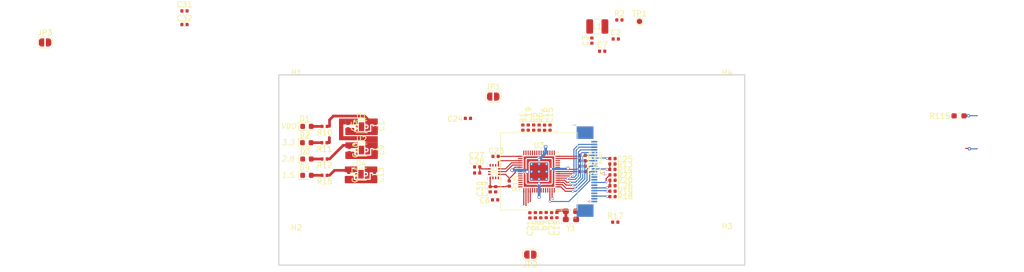
<source format=kicad_pcb>
(kicad_pcb (version 20241229) (generator "pcbnew") (generator_version "9.0")
  (layers (0 "F.Cu" signal) (4 "In1.Cu" signal) (6 "In2.Cu" signal) (2 "B.Cu" signal) (13 "F.Paste" user) (15 "B.Paste" user) (5 "F.SilkS" user "F.Silkscreen") (7 "B.SilkS" user "B.Silkscreen") (1 "F.Mask" user) (3 "B.Mask" user) (25 "Edge.Cuts" user))
  (net 0 "")
  (net 1 "+3.3V")
  (net 2 "+5V")
  (net 3 "+1V1")
  (net 4 "AGND")
  (net 5 "PCLK_1")
  (net 6 "~{RESET_1}")
  (net 7 "+1V5")
  (net 8 "+2V8")
  (net 9 "SWCLK_1")
  (net 10 "SWD_1")
  (net 11 "/VREG_AVDD_1")
  (net 12 "/RUN_1")
  (net 13 "DATA1_1")
  (net 14 "SCL_cam_1")
  (net 15 "/~{USB_BOOT_1}")
  (net 16 "/VREG_LX_1")
  (net 17 "/QSPI_SS_1")
  (net 18 "/USB_D1+")
  (net 19 "/USB_D1-")
  (net 20 "/XCLK")
  (net 21 "PWDN_1")
  (net 22 "/XIN_mem1")
  (net 23 "SDA_cam_1")
  (net 24 "/GPIO0_1")
  (net 25 "DGND")
  (net 26 "POSITION_OUT_1")
  (net 27 "/QSPI_SD1_1")
  (net 28 "/QSPI_SD0_1")
  (net 29 "/QSPI_SD3_1")
  (net 30 "/QSPI_SCLK_1")
  (net 31 "/QSPI_SD2_1")
  (net 32 "+3V3")
  (net 33 "Net-(D1-A)")
  (net 34 "Net-(D2-A)")
  (net 35 "Net-(D3-A)")
  (net 36 "INT_XCLK")
  (net 37 "Net-(D4-A)")
  (net 39 "Net-(JP2-B)")
  (net 40 "Net-(U3-XIN)")
  (net 41 "EXT_XCLK_1")
  (net 42 "Net-(U3-USB_DP)")
  (net 43 "Net-(U3-USB_DM)")
  (net 44 "/~{IMU_CS}")
  (net 49 "/IMU_SCLK")
  (net 52 "/IMU_SDI")
  (net 54 "/IMU_SDO")
  (net 59 "DATA9_1")
  (net 60 "DATA3_1")
  (net 61 "DATA2_1")
  (net 62 "DATA5_1")
  (net 63 "HSYNC_1")
  (net 64 "DATA8_1")
  (net 65 "DATA6_1")
  (net 66 "DATA4_1")
  (net 67 "VSYNC_1")
  (net 68 "DATA7_1")
  (net 75 "IMAGE_OUT_2_1-")
  (net 76 "IMAGE_OUT_1_1-")
  (net 77 "IMAGE_OUT_1_1+")
  (net 79 "IMAGE_OUT_2_1+")
  (footprint "Capacitor_SMD:C_0402_1005Metric" (layer "F.Cu") (at 65.222265 38.359144 -90)
    (property "Reference" "C21")
    (property "Value" "100n")
  )
  (footprint "Capacitor_SMD:C_0402_1005Metric" (layer "F.Cu") (at 67.222265 38.339144 -90)
    (property "Reference" "C8")
    (property "Value" "100n")
  )
  (footprint "Capacitor_SMD:C_0402_1005Metric" (layer "F.Cu") (at 55.522265 29.459144 180)
    (property "Reference" "C27")
    (property "Value" "0.1u")
  )
  (footprint "Capacitor_SMD:C_0402_1005Metric" (layer "F.Cu") (at 66.222265 38.339144 -90)
    (property "Reference" "R4")
    (property "Value" "DNF")
  )
  (footprint "Resistor_SMD:R_0603_1608Metric_Pad0.98x0.95mm_HandSolder" (layer "F.Cu") (at 144.18203 20.059144 180)
    (property "Reference" "R115")
    (property "Value" "0R")
  )
  (footprint "Capacitor_SMD:C_0402_1005Metric" (layer "F.Cu") (at 80.422265 30.919144)
    (property "Reference" "R22")
    (property "Value" "10k")
  )
  (footprint "Package_SON:WSON-6-1EP_2x2mm_P0.65mm_EP1x1.6mm" (layer "F.Cu") (at 34.15 30.8)
    (property "Reference" "U4")
    (property "Value" "TLV73315PDRV")
  )
  (footprint "Jumper:SolderJumper-2_P1.3mm_Open_RoundedPad1.0x1.5mm" (layer "F.Cu") (at 65.3 45.594144 180)
    (property "Reference" "JP2")
    (property "Value" "SolderJumper_2_Open")
  )
  (footprint "MountingHole:MountingHole_2.7mm_M2.5" (layer "F.Cu") (at 22.272265 44.269144)
    (property "Reference" "H2")
    (property "Value" "MountingHole")
  )
  (footprint "Capacitor_SMD:C_0402_1005Metric" (layer "F.Cu") (at 36.75 21.95 -90)
    (property "Reference" "C1")
    (property "Value" "1u")
  )
  (footprint "Capacitor_SMD:C_0402_1005Metric" (layer "F.Cu") (at 63.922265 22.219144 90)
    (property "Reference" "R1")
    (property "Value" "1k")
  )
  (footprint "Capacitor_SMD:C_0402_1005Metric" (layer "F.Cu") (at 80.402265 28.919144)
    (property "Reference" "R13")
    (property "Value" "0R")
  )
  (footprint "Capacitor_SMD:C_0402_1005Metric" (layer "F.Cu") (at 66.922265 22.219144 -90)
    (property "Reference" "R6")
    (property "Value" "27")
  )
  (footprint "Capacitor_SMD:C_0402_1005Metric" (layer "F.Cu") (at 68.922265 22.219144 90)
    (property "Reference" "C15")
    (property "Value" "100n")
  )
  (footprint "Capacitor_SMD:C_0402_1005Metric" (layer "F.Cu") (at 58.822265 35.519144 180)
    (property "Reference" "C6")
    (property "Value" "4.7u")
  )
  (footprint "Capacitor_SMD:C_0402_1005Metric" (layer "F.Cu") (at 80.402265 29.919144)
    (property "Reference" "R14")
    (property "Value" "0R")
  )
  (footprint "Capacitor_SMD:C_0402_1005Metric" (layer "F.Cu") (at 31.8875 30.95 -90)
    (property "Reference" "C17")
    (property "Value" "1u")
  )
  (footprint "Capacitor_SMD:C_0402_1005Metric" (layer "F.Cu") (at 27.45 31 180)
    (property "Reference" "R15")
    (property "Value" "10k")
  )
  (footprint "Capacitor_SMD:C_0402_1005Metric" (layer "F.Cu") (at 64.922265 22.219144 90)
    (property "Reference" "C19")
    (property "Value" "100n")
  )
  (footprint "Capacitor_SMD:C_0402_1005Metric" (layer "F.Cu") (at 36.6375 30.95 -90)
    (property "Reference" "C13")
    (property "Value" "1u")
  )
  (footprint "Capacitor_SMD:C_0402_1005Metric" (layer "F.Cu") (at 78.522265 8.169144)
    (property "Reference" "C7")
    (property "Value" "4.7u")
  )
  (footprint "Capacitor_SMD:C_0402_1005Metric" (layer "F.Cu") (at 27.45 28 180)
    (property "Reference" "R12")
    (property "Value" "10k")
  )
  (footprint "Capacitor_SMD:C_0402_1005Metric" (layer "F.Cu") (at 81.022265 5.919144)
    (property "Reference" "C2")
    (property "Value" "4.7u")
  )
  (footprint "Capacitor_SMD:C_0402_1005Metric" (layer "F.Cu") (at 31.75 21.95 -90)
    (property "Reference" "C5")
    (property "Value" "1u")
  )
  (footprint "Package_SON:WSON-6-1EP_2x2mm_P0.65mm_EP1x1.6mm" (layer "F.Cu") (at 34.25 22.05)
    (property "Reference" "U1")
    (property "Value" "TLV75533PDRV")
  )
  (footprint "Capacitor_SMD:C_0402_1005Metric" (layer "F.Cu") (at 80.422265 27.919144)
    (property "Reference" "C25")
    (property "Value" "22pF")
  )
  (footprint "Capacitor_SMD:C_0402_1005Metric" (layer "F.Cu") (at 70.193434 38.316937 -90)
    (property "Reference" "C18")
    (property "Value" "100n")
  )
  (footprint "projLib:RP2350-QFN-60-1EP_7x7_P0.4mm_EP3.4x3.4mm_ThermalVias" (layer "F.Cu") (at 66.9 30.3125)
    (property "Reference" "U3")
    (property "Value" "RP2350_60QFN")
  )
  (footprint "Diode_SMD:D_0603_1608Metric" (layer "F.Cu") (at 24.2 31)
    (property "Reference" "D4")
    (property "Value" "LED")
  )
  (footprint "Diode_SMD:D_0603_1608Metric" (layer "F.Cu") (at 24.1625 25)
    (property "Reference" "D2")
    (property "Value" "LED")
  )
  (footprint "Capacitor_SMD:C_0402_1005Metric" (layer "F.Cu") (at 80.422265 31.919144 180)
    (property "Reference" "R20")
    (property "Value" "10k")
  )
  (footprint "Package_SON:WSON-6-1EP_2x2mm_P0.65mm_EP1x1.6mm" (layer "F.Cu") (at 34.25 26.35)
    (property "Reference" "U2")
    (property "Value" "TLV73328PDRV")
  )
  (footprint "Capacitor_SMD:C_0402_1005Metric" (layer "F.Cu") (at 74.922265 28.319144)
    (property "Reference" "C12")
    (property "Value" "100n")
  )
  (footprint "Diode_SMD:D_0603_1608Metric" (layer "F.Cu") (at 24.2 28)
    (property "Reference" "D3")
    (property "Value" "LED")
  )
  (footprint "Capacitor_SMD:C_0402_1005Metric" (layer "F.Cu") (at 65.922265 22.219144 -90)
    (property "Reference" "R5")
    (property "Value" "27")
  )
  (footprint "Inductor_SMD:L_1210_3225Metric" (layer "F.Cu") (at 77.622265 3.619144 180)
    (property "Reference" "L1")
    (property "Value" "3.3u")
  )
  (footprint "Capacitor_SMD:C_0402_1005Metric" (layer "F.Cu") (at 80.422265 32.919144)
    (property "Reference" "C26")
    (property "Value" "0.1u")
  )
  (footprint "Capacitor_SMD:C_0402_1005Metric" (layer "F.Cu") (at 81.684765 2.419144)
    (property "Reference" "R2")
    (property "Value" "33")
  )
  (footprint "Capacitor_SMD:C_0402_1005Metric" (layer "F.Cu") (at 80.422265 33.919144 180)
    (property "Reference" "R19")
    (property "Value" "10k")
  )
  (footprint "Capacitor_SMD:C_0402_1005Metric" (layer "F.Cu") (at 69.222265 38.339144 -90)
    (property "Reference" "C20")
    (property "Value" "100n")
  )
  (footprint "Oscillator:Oscillator_SMD_SiT_PQFN-4Pin_2.5x2.0mm" (layer "F.Cu") (at 72.778434 38.371937)
    (property "Reference" "Y1")
    (property "Value" "SiT8008xx-1x-xxE")
  )
  (footprint "MountingHole:MountingHole_2.7mm_M2.5" (layer "F.Cu") (at 22.272265 15.769144)
    (property "Reference" "H1")
    (property "Value" "MountingHole")
  )
  (footprint "TestPoint:TestPoint_Pad_D1.0mm" (layer "F.Cu") (at 85.384765 2.689144)
    (property "Reference" "TP1")
    (property "Value" "TestPoint")
  )
  (footprint "Capacitor_SMD:C_0402_1005Metric" (layer "F.Cu") (at 27.45 22 180)
    (property "Reference" "R10")
    (property "Value" "10k")
  )
  (footprint "Capacitor_SMD:C_0402_1005Metric" (layer "F.Cu") (at 76.622265 6.219144 90)
    (property "Reference" "C3")
    (property "Value" "4.7u")
  )
  (footprint "Capacitor_SMD:C_0402_1005Metric" (layer "F.Cu") (at 74.922265 27.319144)
    (property "Reference" "C14")
    (property "Value" "100n")
  )
  (footprint "Capacitor_SMD:C_0402_1005Metric" (layer "F.Cu") (at 74.922265 29.319144)
    (property "Reference" "C4")
    (property "Value" "100n")
  )
  (footprint "Capacitor_SMD:C_0402_1005Metric" (layer "F.Cu") (at 1.675 3.265)
    (property "Reference" "C32")
    (property "Value" "0.1u")
  )
  (footprint "Capacitor_SMD:C_0402_1005Metric" (layer "F.Cu") (at 80.422265 34.919144 180)
    (property "Reference" "R18")
    (property "Value" "10k")
  )
  (footprint "Jumper:SolderJumper-2_P1.3mm_Open_RoundedPad1.0x1.5mm" (layer "F.Cu") (at -23.975 6.555)
    (property "Reference" "JP3")
    (property "Value" "SolderJumper_2_Open")
  )
  (footprint "MountingHole:MountingHole_2.7mm_M2.5" (layer "F.Cu") (at 101.522265 15.769144)
    (property "Reference" "H4")
    (property "Value" "MountingHole")
  )
  (footprint "Capacitor_SMD:C_0402_1005Metric" (layer "F.Cu") (at 67.922265 22.239144 90)
    (property "Reference" "C16")
    (property "Value" "100n")
  )
  (footprint "Capacitor_SMD:C_0402_1005Metric" (layer "F.Cu") (at 58.902265 27.519144 180)
    (property "Reference" "C23")
    (property "Value" "100n")
  )
  (footprint "Jumper:SolderJumper-2_P1.3mm_Open_RoundedPad1.0x1.5mm" (layer "F.Cu") (at 58.472265 16.519144)
    (property "Reference" "JP1")
    (property "Value" "SolderJumper_2_Open")
  )
  (footprint "Capacitor_SMD:C_0402_1005Metric" (layer "F.Cu") (at 68.222265 38.319144 -90)
    (property "Reference" "R3")
    (property "Value" "1k")
  )
  (footprint "ICM_45686:IC_ICM-45686" (layer "F.Cu") (at 58.672265 30.319144 -90)
    (property "Reference" "U6")
    (property "Value" "ICM-45686")
  )
  (footprint "Capacitor_SMD:C_0402_1005Metric" (layer "F.Cu") (at 32 26.35 -90)
    (property "Reference" "C10")
    (property "Value" "1u")
  )
  (footprint "Capacitor_SMD:C_0402_1005Metric" (layer "F.Cu") (at 1.675 0.755)
    (property "Reference" "C31")
    (property "Value" "0.1u")
  )
  (footprint "Capacitor_SMD:C_0402_1005Metric" (layer "F.Cu") (at 27.4125 25 180)
    (property "Reference" "R11")
    (property "Value" "10k")
  )
  (footprint "Capacitor_SMD:C_0402_1005Metric" (layer "F.Cu") (at 58.922265 33.569144 -90)
    (property "Reference" "C29")
    (property "Value" "0.1u")
  )
  (footprint "Capacitor_SMD:C_0402_1005Metric" (layer "F.Cu") (at 80.922265 39.619144)
    (property "Reference" "R17")
    (property "Value" "0R")
  )
  (footprint "Capacitor_SMD:C_0402_1005Metric" (layer "F.Cu") (at 53.822265 20.519144 180)
    (property "Reference" "C24")
    (property "Value" "100n")
  )
  (footprint "Diode_SMD:D_0603_1608Metric" (layer "F.Cu") (at 24.2 22)
    (property "Reference" "D1")
    (property "Value" "LED")
  )
  (footprint "Capacitor_SMD:C_0402_1005Metric" (layer "F.Cu") (at 74.922265 30.319144)
    (property "Reference" "C11")
    (property "Value" "100n")
  )
  (footprint "Capacitor_SMD:C_0402_1005Metric" (layer "F.Cu") (at 36.75 26.3375 -90)
    (property "Reference" "C9")
    (property "Value" "1u")
  )
  (footprint "Capacitor_SMD:C_0402_1005Metric" (layer "F.Cu") (at 57.922265 33.569144 -90)
    (property "Reference" "C30")
    (property "Value" "0.1u")
  )
  (footprint "Capacitor_SMD:C_0402_1005Metric" (layer "F.Cu") (at 61.422265 32.519144 -90)
    (property "Reference" "R16")
    (property "Value" "10k")
  )
  (footprint "MountingHole:MountingHole_2.7mm_M2.5" (layer "F.Cu") (at 101.522265 44.019144)
    (property "Reference" "H3")
    (property "Value" "MountingHole")
  )
  (footprint "Capacitor_SMD:C_0402_1005Metric" (layer "F.Cu") (at 55.522265 30.569144 180)
    (property "Reference" "C28")
    (property "Value" "0.1u")
  )
  (footprint "Connector_FFC-FPC:TE_2-1734839-3_1x23-1MP_P0.5mm_Horizontal" (layer "B.Cu") (at 75.722265 30.319144 90)
    (property "Reference" "J4")
    (property "Value" "Conn_01x24_Socket")
  )
  (gr_rect (start 59.8 23.1375) (end 74 37.3875) (stroke (width 0.1)) (fill no) (layer "F.SilkS"))
  (gr_rect (start 19.022265 12.519144) (end 104.746265 47.519144) (stroke (width 0.2)) (fill no) (layer "Edge.Cuts"))
  (gr_text "VDD" (at 19.3625 22.55 0) (layer "F.SilkS") (effects (font (size 1 1) (thickness 0.125) (italic yes)) (justify left bottom)))
  (gr_text "3.3" (at 19.4625 25.55 0) (layer "F.SilkS") (effects (font (size 1 1) (thickness 0.125) (italic yes)) (justify left bottom)))
  (gr_text "2.8" (at 19.4625 28.55 0) (layer "F.SilkS") (effects (font (size 1 1) (thickness 0.125) (italic yes)) (justify left bottom)))
  (gr_text "1.5" (at 19.4625 31.55 0) (layer "F.SilkS") (effects (font (size 1 1) (thickness 0.125) (italic yes)) (justify left bottom)))
  (segment (start 70.193434 37.454437) (end 71.660934 37.454437) (width 0.5) (layer "F.Cu") (net 1))
  (segment (start 71.660934 37.454437) (end 71.828434 37.621937) (width 0.5) (layer "F.Cu") (net 1))
  (segment (start 74.442265 27.319144) (end 74.248909 27.5125) (width 0.2) (layer "F.Cu") (net 1))
  (segment (start 28.325 24.1) (end 28.325 25) (width 0.5) (layer "F.Cu") (net 1))
  (segment (start 74.035621 27.9125) (end 74.442265 28.319144) (width 0.2) (layer "F.Cu") (net 1))
  (segment (start 63.4625 27.5125) (end 62.828909 27.5125) (width 0.2) (layer "F.Cu") (net 1))
  (segment (start 70.3375 27.9125) (end 74.035621 27.9125) (width 0.2) (layer "F.Cu") (net 1))
  (segment (start 28.325 24.0375) (end 28.325 25) (width 0.5) (layer "F.Cu") (net 1))
  (segment (start 70.3375 30.3125) (end 74.435621 30.3125) (width 0.2) (layer "F.Cu") (net 1))
  (segment (start 62.822265 27.519144) (end 59.382265 27.519144) (width 0.2) (layer "F.Cu") (net 1))
  (segment (start 74.435621 30.3125) (end 74.442265 30.319144) (width 0.2) (layer "F.Cu") (net 1))
  (segment (start 62.828909 27.5125) (end 62.822265 27.519144) (width 0.2) (layer "F.Cu") (net 1))
  (segment (start 71.828434 39.121937) (end 71.828434 37.621937) (width 0.5) (layer "F.Cu") (net 1))
  (segment (start 74.442265 28.319144) (end 74.442265 27.319144) (width 0.2) (layer "F.Cu") (net 1))
  (segment (start 74.248909 27.5125) (end 70.3375 27.5125) (width 0.2) (layer "F.Cu") (net 1))
  (segment (start 35.8 21.0875) (end 36.75 21.0875) (width 0.5) (layer "F.Cu") (net 2))
  (segment (start 28.3625 22) (end 28.3625 20.8) (width 0.5) (layer "F.Cu") (net 2))
  (segment (start 28.3625 20.8) (end 29.0635 20.099) (width 0.5) (layer "F.Cu") (net 2))
  (segment (start 29.0635 20.099) (end 34.8115 20.099) (width 0.5) (layer "F.Cu") (net 2))
  (segment (start 34.8115 20.099) (end 35.8 21.0875) (width 0.5) (layer "F.Cu") (net 2))
  (segment (start 72.222265 29.9125) (end 72.222265 29.7125) (width 0.2) (layer "F.Cu") (net 3))
  (segment (start 66.9 34.996879) (end 66.922265 35.019144) (width 0.2) (layer "F.Cu") (net 3))
  (segment (start 62.477436 29.5125) (end 61.92469 30.065246) (width 0.2) (layer "F.Cu") (net 3))
  (segment (start 66.9 33.75) (end 66.9 34.996879) (width 0.2) (layer "F.Cu") (net 3))
  (segment (start 73.848909 29.9125) (end 74.442265 29.319144) (width 0.2) (layer "F.Cu") (net 3))
  (segment (start 72.222265 29.9125) (end 73.848909 29.9125) (width 0.2) (layer "F.Cu") (net 3))
  (segment (start 70.3375 29.9125) (end 72.222265 29.9125) (width 0.2) (layer "F.Cu") (net 3))
  (segment (start 63.4625 29.5125) (end 62.477436 29.5125) (width 0.2) (layer "F.Cu") (net 3))
  (segment (start 68.1 26.875) (end 68.1 25.741409) (width 0.2) (layer "F.Cu") (net 3))
  (segment (start 68.1 25.741409) (end 68.122265 25.719144) (width 0.2) (layer "F.Cu") (net 3))
  (via (at 61.92469 30.065246) (size 0.6) (drill 0.4) (layers "F.Cu" "B.Cu") (net 3))
  (via (at 66.922265 32.5125) (size 0.6) (drill 0.4) (layers "F.Cu" "B.Cu") (net 3))
  (via (at 69.1 29.819144) (size 0.6) (drill 0.4) (layers "F.Cu" "B.Cu") (net 3))
  (via (at 68.122265 25.719144) (size 0.6) (drill 0.4) (layers "F.Cu" "B.Cu") (net 3))
  (via (at 66.922265 35.019144) (size 0.6) (drill 0.4) (layers "F.Cu" "B.Cu") (net 3))
  (via (at 72.222265 29.7125) (size 0.6) (drill 0.4) (layers "F.Cu" "B.Cu") (net 3))
  (via (at 66.924784 28.1125) (size 0.6) (drill 0.4) (layers "F.Cu" "B.Cu") (net 3))
  (via (at 64.7 30.364129) (size 0.6) (drill 0.4) (layers "F.Cu" "B.Cu") (net 3))
  (segment (start 66.922265 35.019144) (end 66.922265 32.5125) (width 0.5) (layer "B.Cu") (net 3))
  (segment (start 64.43955 30.065246) (end 61.92469 30.065246) (width 0.5) (layer "B.Cu") (net 3))
  (segment (start 72.115621 29.819144) (end 69.1 29.819144) (width 0.4) (layer "B.Cu") (net 3))
  (segment (start 64.7 30.364129) (end 64.7 30.325696) (width 0.5) (layer "B.Cu") (net 3))
  (segment (start 68.122265 26.915019) (end 66.924784 28.1125) (width 0.5) (layer "B.Cu") (net 3))
  (segment (start 68.122265 25.719144) (end 68.122265 26.915019) (width 0.5) (layer "B.Cu") (net 3))
  (segment (start 72.222265 29.7125) (end 72.115621 29.819144) (width 0.2) (layer "B.Cu") (net 3))
  (segment (start 64.7 30.325696) (end 64.43955 30.065246) (width 0.5) (layer "B.Cu") (net 3))
  (segment (start 145.384765 26.059144) (end 146.025386 26.059144) (width 0.2) (layer "F.Cu") (net 5))
  (segment (start 146.025386 26.059144) (end 146.09453 26.128288) (width 0.2) (layer "F.Cu") (net 5))
  (segment (start 79.422265 27.919144) (end 79.942265 27.919144) (width 0.2) (layer "F.Cu") (net 5))
  (via (at 79.422265 27.919144) (size 0.45) (drill 0.3) (layers "F.Cu" "B.Cu") (net 5))
  (via (at 146.09453 26.128288) (size 0.6) (drill 0.3) (layers "F.Cu" "B.Cu") (net 5))
  (segment (start 79.322265 27.819144) (end 79.422265 27.919144) (width 0.2) (layer "B.Cu") (net 5))
  (segment (start 77.072265 27.819144) (end 79.322265 27.819144) (width 0.2) (layer "B.Cu") (net 5))
  (segment (start 146.09453 26.128288) (end 147.453121 26.128288) (width 0.2) (layer "B.Cu") (net 5))
  (segment (start 147.453121 26.128288) (end 147.522265 26.059144) (width 0.2) (layer "B.Cu") (net 5))
  (segment (start 79.592268 33.269141) (end 79.942265 32.919144) (width 0.2) (layer "F.Cu") (net 6))
  (segment (start 79.942265 31.919144) (end 79.942265 32.919144) (width 0.2) (layer "F.Cu") (net 6))
  (segment (start 79.422265 33.269141) (end 79.592268 33.269141) (width 0.2) (layer "F.Cu") (net 6))
  (via (at 79.422265 33.269141) (size 0.45) (drill 0.3) (layers "F.Cu" "B.Cu") (net 6))
  (segment (start 79.372262 33.319144) (end 79.422265 33.269141) (width 0.2) (layer "B.Cu") (net 6))
  (segment (start 77.072265 33.319144) (end 79.372262 33.319144) (width 0.2) (layer "B.Cu") (net 6))
  (segment (start 29.275 30.0875) (end 28.3625 31) (width 0.5) (layer "F.Cu") (net 7))
  (segment (start 31.8875 30.0875) (end 29.275 30.0875) (width 0.5) (layer "F.Cu") (net 7))
  (segment (start 32 25.4875) (end 30.875 25.4875) (width 0.5) (layer "F.Cu") (net 8))
  (segment (start 30.875 25.4875) (end 28.3625 28) (width 0.5) (layer "F.Cu") (net 8))
  (segment (start 145.09453 20.059144) (end 145.863674 20.059144) (width 0.2) (layer "F.Cu") (net 13))
  (segment (start 145.863674 20.059144) (end 145.89453 20.028288) (width 0.2) (layer "F.Cu") (net 13))
  (via (at 145.89453 20.028288) (size 0.6) (drill 0.3) (layers "F.Cu" "B.Cu") (net 13))
  (segment (start 145.89453 20.028288) (end 147.491409 20.028288) (width 0.2) (layer "B.Cu") (net 13))
  (segment (start 147.491409 20.028288) (end 147.522265 20.059144) (width 0.2) (layer "B.Cu") (net 13))
  (segment (start 79.422265 33.919144) (end 79.942265 33.919144) (width 0.2) (layer "F.Cu") (net 14))
  (via (at 79.422265 33.919144) (size 0.45) (drill 0.3) (layers "F.Cu" "B.Cu") (net 14))
  (segment (start 79.322265 33.819144) (end 79.422265 33.919144) (width 0.2) (layer "B.Cu") (net 14))
  (segment (start 77.072265 33.819144) (end 79.322265 33.819144) (width 0.2) (layer "B.Cu") (net 14))
  (segment (start 79.422265 29.919144) (end 79.922265 29.919144) (width 0.2) (layer "F.Cu") (net 20))
  (segment (start 79.922265 28.919144) (end 79.922265 29.919144) (width 0.2) (layer "F.Cu") (net 20))
  (via (at 79.422265 29.919144) (size 0.45) (drill 0.3) (layers "F.Cu" "B.Cu") (net 20))
  (segment (start 79.222265 29.819144) (end 77.072265 29.819144) (width 0.2) (layer "B.Cu") (net 20))
  (segment (start 79.322265 29.919144) (end 79.222265 29.819144) (width 0.2) (layer "B.Cu") (net 20))
  (segment (start 79.422265 29.919144) (end 79.322265 29.919144) (width 0.2) (layer "B.Cu") (net 20))
  (segment (start 79.253243 31.608166) (end 79.942265 30.919144) (width 0.2) (layer "F.Cu") (net 21))
  (segment (start 79.253243 32.225122) (end 79.253243 31.608166) (width 0.2) (layer "F.Cu") (net 21))
  (via (at 79.253243 32.225122) (size 0.45) (drill 0.3) (layers "F.Cu" "B.Cu") (net 21))
  (segment (start 77.072265 32.319144) (end 79.159221 32.319144) (width 0.2) (layer "B.Cu") (net 21))
  (segment (start 79.159221 32.319144) (end 79.253243 32.225122) (width 0.2) (layer "B.Cu") (net 21))
  (segment (start 79.422265 34.919144) (end 79.942265 34.919144) (width 0.2) (layer "F.Cu") (net 23))
  (via (at 79.422265 34.919144) (size 0.45) (drill 0.3) (layers "F.Cu" "B.Cu") (net 23))
  (segment (start 79.322265 34.819144) (end 79.422265 34.919144) (width 0.2) (layer "B.Cu") (net 23))
  (segment (start 77.072265 34.819144) (end 79.322265 34.819144) (width 0.2) (layer "B.Cu") (net 23))
  (segment (start 60.802265 33.089144) (end 60.892265 32.999144) (width 0.2) (layer "F.Cu") (net 32))
  (segment (start 60.892265 32.999144) (end 61.422265 32.999144) (width 0.2) (layer "F.Cu") (net 32))
  (segment (start 58.922265 33.089144) (end 57.922265 33.089144) (width 0.2) (layer "F.Cu") (net 32))
  (segment (start 60.272265 33.089144) (end 60.802265 33.089144) (width 0.2) (layer "F.Cu") (net 32))
  (segment (start 57.759765 29.819144) (end 56.362265 29.819144) (width 0.2) (layer "F.Cu") (net 32))
  (segment (start 56.362265 29.819144) (end 56.002265 29.459144) (width 0.2) (layer "F.Cu") (net 32))
  (segment (start 60.272265 33.089144) (end 60.402265 33.089144) (width 0.2) (layer "F.Cu") (net 32))
  (segment (start 56.002265 29.459144) (end 56.002265 30.569144) (width 0.2) (layer "F.Cu") (net 32))
  (segment (start 58.922265 33.089144) (end 60.272265 33.089144) (width 0.2) (layer "F.Cu") (net 32))
  (segment (start 57.922265 33.089144) (end 57.922265 31.481644) (width 0.2) (layer "F.Cu") (net 32))
  (segment (start 24.9875 22) (end 26.5375 22) (width 0.5) (layer "F.Cu") (net 33))
  (segment (start 24.95 25) (end 26.5 25) (width 0.5) (layer "F.Cu") (net 34))
  (segment (start 24.9875 28) (end 26.5375 28) (width 0.5) (layer "F.Cu") (net 35))
  (segment (start 24.9875 31) (end 26.5375 31) (width 0.5) (layer "F.Cu") (net 37))
  (segment (start 69.3 35.169144) (end 69.425 35.294144) (width 0.2) (layer "F.Cu") (net 41))
  (segment (start 69.3 33.75) (end 69.3 35.169144) (width 0.2) (layer "F.Cu") (net 41))
  (via (at 69.425 35.294144) (size 0.45) (drill 0.3) (layers "F.Cu" "B.Cu") (net 41))
  (segment (start 61.422265 31.519144) (end 61.422265 32.039144) (width 0.2) (layer "F.Cu") (net 44))
  (segment (start 59.584765 30.819144) (end 60.722265 30.819144) (width 0.2) (layer "F.Cu") (net 44))
  (segment (start 61.422265 31.619144) (end 61.422265 32.039144) (width 0.2) (layer "F.Cu") (net 44))
  (segment (start 62.522265 30.119144) (end 62.522265 30.519144) (width 0.2) (layer "F.Cu") (net 44))
  (segment (start 62.522265 30.519144) (end 61.422265 31.619144) (width 0.2) (layer "F.Cu") (net 44))
  (segment (start 62.728909 29.9125) (end 62.522265 30.119144) (width 0.2) (layer "F.Cu") (net 44))
  (segment (start 60.722265 30.819144) (end 61.422265 31.519144) (width 0.2) (layer "F.Cu") (net 44))
  (segment (start 63.4625 29.9125) (end 62.728909 29.9125) (width 0.2) (layer "F.Cu") (net 44))
  (segment (start 62.028909 29.1125) (end 60.822265 30.319144) (width 0.2) (layer "F.Cu") (net 49))
  (segment (start 63.4625 29.1125) (end 62.028909 29.1125) (width 0.2) (layer "F.Cu") (net 49))
  (segment (start 60.822265 30.319144) (end 59.584765 30.319144) (width 0.2) (layer "F.Cu") (net 49))
  (segment (start 60.722265 29.819144) (end 59.584765 29.819144) (width 0.2) (layer "F.Cu") (net 52))
  (segment (start 63.4625 28.7125) (end 61.828909 28.7125) (width 0.2) (layer "F.Cu") (net 52))
  (segment (start 61.828909 28.7125) (end 60.722265 29.819144) (width 0.2) (layer "F.Cu") (net 52))
  (segment (start 59.422265 29.156644) (end 59.422265 28.519144) (width 0.2) (layer "F.Cu") (net 54))
  (segment (start 59.422265 28.519144) (end 59.628909 28.3125) (width 0.2) (layer "F.Cu") (net 54))
  (segment (start 59.628909 28.3125) (end 63.4625 28.3125) (width 0.2) (layer "F.Cu") (net 54))
  (segment (start 68.922265 35.819144) (end 68.9 35.796879) (width 0.2) (layer "F.Cu") (net 59))
  (segment (start 68.9 35.796879) (end 68.9 33.75) (width 0.2) (layer "F.Cu") (net 59))
  (via (at 68.922265 35.819144) (size 0.45) (drill 0.3) (layers "F.Cu" "B.Cu") (net 59))
  (segment (start 76.221265 31.987244) (end 76.221265 30.368144) (width 0.2) (layer "B.Cu") (net 59))
  (segment (start 76.270265 30.319144) (end 77.072265 30.319144) (width 0.2) (layer "B.Cu") (net 59))
  (segment (start 72.389365 35.819144) (end 76.221265 31.987244) (width 0.2) (layer "B.Cu") (net 59))
  (segment (start 68.922265 35.819144) (end 72.389365 35.819144) (width 0.2) (layer "B.Cu") (net 59))
  (segment (start 76.221265 30.368144) (end 76.270265 30.319144) (width 0.2) (layer "B.Cu") (net 59))
  (segment (start 72.634613 31.2375) (end 72.509613 31.1125) (width 0.2) (layer "F.Cu") (net 60))
  (segment (start 72.509613 31.1125) (end 70.3375 31.1125) (width 0.2) (layer "F.Cu") (net 60))
  (via (at 72.634613 31.2375) (size 0.45) (drill 0.3) (layers "F.Cu" "B.Cu") (net 60))
  (segment (start 73.722265 31.006074) (end 73.722265 30.829297) (width 0.2) (layer "B.Cu") (net 60))
  (segment (start 73.364839 31.3635) (end 73.722265 31.006074) (width 0.2) (layer "B.Cu") (net 60))
  (segment (start 72.718849 31.153264) (end 72.929085 31.3635) (width 0.2) (layer "B.Cu") (net 60))
  (segment (start 74.289365 25.819144) (end 77.072265 25.819144) (width 0.2) (layer "B.Cu") (net 60))
  (segment (start 72.929085 31.3635) (end 73.364839 31.3635) (width 0.2) (layer "B.Cu") (net 60))
  (segment (start 72.634613 31.2375) (end 72.718849 31.153264) (width 0.2) (layer "B.Cu") (net 60))
  (segment (start 73.723265 26.385244) (end 74.289365 25.819144) (width 0.2) (layer "B.Cu") (net 60))
  (segment (start 73.722265 30.829297) (end 73.723265 30.828297) (width 0.2) (layer "B.Cu") (net 60))
  (segment (start 73.723265 30.828297) (end 73.723265 26.385244) (width 0.2) (layer "B.Cu") (net 60))
  (segment (start 72.622265 32.2885) (end 71.991621 32.2885) (width 0.2) (layer "F.Cu") (net 61))
  (segment (start 71.991621 32.2885) (end 71.615621 31.9125) (width 0.2) (layer "F.Cu") (net 61))
  (segment (start 71.615621 31.9125) (end 70.3375 31.9125) (width 0.2) (layer "F.Cu") (net 61))
  (via (at 72.622265 32.2885) (size 0.45) (drill 0.3) (layers "F.Cu" "B.Cu") (net 61))
  (segment (start 74.525265 27.116144) (end 74.822265 26.819144) (width 0.2) (layer "B.Cu") (net 61))
  (segment (start 74.822265 26.819144) (end 77.072265 26.819144) (width 0.2) (layer "B.Cu") (net 61))
  (segment (start 74.525265 31.337274) (end 74.525265 27.116144) (width 0.2) (layer "B.Cu") (net 61))
  (segment (start 73.574039 32.2885) (end 74.525265 31.337274) (width 0.2) (layer "B.Cu") (net 61))
  (segment (start 72.622265 32.2885) (end 73.574039 32.2885) (width 0.2) (layer "B.Cu") (net 61))
  (segment (start 71.997265 31.5125) (end 70.3375 31.5125) (width 0.2) (layer "F.Cu") (net 62))
  (segment (start 72.122265 31.6375) (end 71.997265 31.5125) (width 0.2) (layer "F.Cu") (net 62))
  (via (at 72.122265 31.6375) (size 0.45) (drill 0.3) (layers "F.Cu" "B.Cu") (net 62))
  (segment (start 72.761985 31.7635) (end 72.762985 31.7645) (width 0.2) (layer "B.Cu") (net 62))
  (segment (start 74.123265 30.995397) (end 74.124265 30.994397) (width 0.2) (layer "B.Cu") (net 62))
  (segment (start 74.124265 26.717144) (end 74.522265 26.319144) (width 0.2) (layer "B.Cu") (net 62))
  (segment (start 72.416736 31.7635) (end 72.761985 31.7635) (width 0.2) (layer "B.Cu") (net 62))
  (segment (start 72.762985 31.7645) (end 73.530939 31.7645) (width 0.2) (layer "B.Cu") (net 62))
  (segment (start 72.290736 31.6375) (end 72.416736 31.7635) (width 0.2) (layer "B.Cu") (net 62))
  (segment (start 74.522265 26.319144) (end 77.072265 26.319144) (width 0.2) (layer "B.Cu") (net 62))
  (segment (start 74.124265 30.994397) (end 74.124265 26.717144) (width 0.2) (layer "B.Cu") (net 62))
  (segment (start 72.122265 31.6375) (end 72.290736 31.6375) (width 0.2) (layer "B.Cu") (net 62))
  (segment (start 73.530939 31.7645) (end 74.123265 31.172174) (width 0.2) (layer "B.Cu") (net 62))
  (segment (start 74.123265 31.172174) (end 74.123265 30.995397) (width 0.2) (layer "B.Cu") (net 62))
  (segment (start 70.3375 33.1125) (end 70.915621 33.1125) (width 0.2) (layer "F.Cu") (net 64))
  (segment (start 70.915621 33.1125) (end 71.747265 33.944144) (width 0.2) (layer "F.Cu") (net 64))
  (segment (start 71.747265 33.944144) (end 73.122265 33.944144) (width 0.2) (layer "F.Cu") (net 64))
  (via (at 73.122265 33.944144) (size 0.45) (drill 0.3) (layers "F.Cu" "B.Cu") (net 64))
  (segment (start 73.122265 33.944144) (end 73.697265 33.944144) (width 0.2) (layer "B.Cu") (net 64))
  (segment (start 75.728265 29.861144) (end 76.270265 29.319144) (width 0.2) (layer "B.Cu") (net 64))
  (segment (start 73.697265 33.944144) (end 75.728265 31.913144) (width 0.2) (layer "B.Cu") (net 64))
  (segment (start 76.270265 29.319144) (end 77.072265 29.319144) (width 0.2) (layer "B.Cu") (net 64))
  (segment (start 75.728265 31.913144) (end 75.728265 29.861144) (width 0.2) (layer "B.Cu") (net 64))
  (segment (start 71.415621 32.3125) (end 71.916621 32.8135) (width 0.2) (layer "F.Cu") (net 65))
  (segment (start 71.916621 32.8135) (end 73.122265 32.8135) (width 0.2) (layer "F.Cu") (net 65))
  (segment (start 70.3375 32.3125) (end 71.415621 32.3125) (width 0.2) (layer "F.Cu") (net 65))
  (via (at 73.122265 32.8135) (size 0.45) (drill 0.3) (layers "F.Cu" "B.Cu") (net 65))
  (segment (start 73.122265 32.8135) (end 73.616139 32.8135) (width 0.2) (layer "B.Cu") (net 65))
  (segment (start 74.926265 31.503374) (end 74.926265 27.615144) (width 0.2) (layer "B.Cu") (net 65))
  (segment (start 73.616139 32.8135) (end 74.926265 31.503374) (width 0.2) (layer "B.Cu") (net 65))
  (segment (start 75.222265 27.319144) (end 77.072265 27.319144) (width 0.2) (layer "B.Cu") (net 65))
  (segment (start 74.926265 27.615144) (end 75.222265 27.319144) (width 0.2) (layer "B.Cu") (net 65))
  (segment (start 73.146962 30.8375) (end 73.021962 30.7125) (width 0.2) (layer "F.Cu") (net 66))
  (segment (start 73.021962 30.7125) (end 70.3375 30.7125) (width 0.2) (layer "F.Cu") (net 66))
  (via (at 73.146962 30.8375) (size 0.45) (drill 0.3) (layers "F.Cu" "B.Cu") (net 66))
  (segment (start 73.322265 30.662197) (end 73.322265 26.219144) (width 0.2) (layer "B.Cu") (net 66))
  (segment (start 73.322265 26.219144) (end 74.222265 25.319144) (width 0.2) (layer "B.Cu") (net 66))
  (segment (start 74.222265 25.319144) (end 77.072265 25.319144) (width 0.2) (layer "B.Cu") (net 66))
  (segment (start 73.146962 30.8375) (end 73.322265 30.662197) (width 0.2) (layer "B.Cu") (net 66))
  (segment (start 73.441621 33.419144) (end 73.522265 33.3385) (width 0.2) (layer "F.Cu") (net 68))
  (segment (start 71.215621 32.7125) (end 71.922265 33.419144) (width 0.2) (layer "F.Cu") (net 68))
  (segment (start 70.3375 32.7125) (end 71.215621 32.7125) (width 0.2) (layer "F.Cu") (net 68))
  (segment (start 72.622265 33.419144) (end 73.441621 33.419144) (width 0.2) (layer "F.Cu") (net 68))
  (segment (start 71.922265 33.419144) (end 72.622265 33.419144) (width 0.2) (layer "F.Cu") (net 68))
  (via (at 73.522265 33.3385) (size 0.45) (drill 0.3) (layers "F.Cu" "B.Cu") (net 68))
  (segment (start 75.327265 31.669474) (end 75.327265 28.814144) (width 0.2) (layer "B.Cu") (net 68))
  (segment (start 73.522265 33.3385) (end 73.658239 33.3385) (width 0.2) (layer "B.Cu") (net 68))
  (segment (start 75.327265 28.814144) (end 75.822265 28.319144) (width 0.2) (layer "B.Cu") (net 68))
  (segment (start 75.822265 28.319144) (end 77.072265 28.319144) (width 0.2) (layer "B.Cu") (net 68))
  (segment (start 73.658239 33.3385) (end 75.327265 31.669474) (width 0.2) (layer "B.Cu") (net 68))
  (segment (start 65.3 33.75) (end 65.3 35.796879) (width 0.2) (layer "F.Cu") (net 75))
  (segment (start 65.322265 35.819144) (end 65.3 35.796879) (width 0.2) (layer "F.Cu") (net 75))
  (segment (start 64.501 36.540409) (end 64.501 36.219144) (width 0.2) (layer "F.Cu") (net 76))
  (segment (start 64.5 36.541409) (end 64.501 36.540409) (width 0.2) (layer "F.Cu") (net 76))
  (segment (start 64.5 33.75) (end 64.5 36.541409) (width 0.2) (layer "F.Cu") (net 76))
  (segment (start 64.1 36.341409) (end 64.022265 36.419144) (width 0.2) (layer "F.Cu") (net 77))
  (segment (start 64.1 33.75) (end 64.1 36.341409) (width 0.2) (layer "F.Cu") (net 77))
  (segment (start 64.9 33.75) (end 64.9 36.041409) (width 0.2) (layer "F.Cu") (net 79))
  (zone (net 2) (net_name "+5V") (layer "F.Cu") (priority 2) (connect_pads yes (clearance 0.1)) (min_thickness 0.25) (fill yes (thermal_gap 0.5) (thermal_bridge_width 0.5))
    (polygon (pts (xy 34.9375 22.9) (xy 34.9375 20.55) (xy 37.2375 20.55) (xy 37.2375 21.625) (xy 35.8375 21.625) (xy 35.8375 22.9)))
  )
  (zone (net 1) (net_name "+3.3V") (layer "F.Cu") (priority 2) (connect_pads yes (clearance 0.1)) (min_thickness 0.25) (fill yes (thermal_gap 0.5) (thermal_bridge_width 0.5))
    (polygon (pts (xy 34.9375 27.275) (xy 34.9375 24.925) (xy 37.2375 24.925) (xy 37.2375 26) (xy 35.8375 26) (xy 35.8375 27.275)))
  )
  (zone (net 7) (net_name "+1V5") (layer "F.Cu") (priority 1) (connect_pads yes (clearance 0.1)) (min_thickness 0.25) (fill yes (thermal_gap 0.5) (thermal_bridge_width 0.5))
    (polygon (pts (xy 33.45 30.45) (xy 31.175 30.45) (xy 31.175 29.375) (xy 33.45 29.375)))
  )
  (zone (net 4) (net_name "AGND") (layer "F.Cu") (priority 3) (connect_pads yes (clearance 0.1)) (min_thickness 0.25) (fill yes (thermal_gap 0.5) (thermal_bridge_width 0.5))
    (polygon (pts (xy 31.2625 26.65) (xy 31.2625 28) (xy 37.2375 28) (xy 37.26 26.178733) (xy 36.0375 26.175) (xy 36.0375 27.375) (xy 32.9125 27.375) (xy 32.9125 26.65)))
  )
  (zone (net 3) (net_name "+1V1") (layer "F.Cu") (priority 7) (connect_pads yes (clearance 0.1)) (min_thickness 0.25) (fill yes (thermal_gap 0.5) (thermal_bridge_width 0.5))
    (polygon (pts (xy 64.622265 28.019144) (xy 64.622265 32.519144) (xy 69.222265 32.519144) (xy 69.222265 28.019144)))
  )
  (zone (net 1) (net_name "+3.3V") (layer "F.Cu") (priority 2) (connect_pads yes (clearance 0.1)) (min_thickness 0.25) (fill yes (thermal_gap 0.5) (thermal_bridge_width 0.5))
    (polygon (pts (xy 34.8375 31.725) (xy 34.8375 29.375) (xy 37.1375 29.375) (xy 37.1375 30.45) (xy 35.7375 30.45) (xy 35.7375 31.725)))
  )
  (zone (net 1) (net_name "+3.3V") (layer "F.Cu") (priority 1) (connect_pads yes (clearance 0.1)) (min_thickness 0.25) (fill yes (thermal_gap 0.5) (thermal_bridge_width 0.5))
    (polygon (pts (xy 33.55 21.625) (xy 31.275 21.625) (xy 31.275 20.55) (xy 33.55 20.55)))
  )
  (zone (net 4) (net_name "AGND") (layer "F.Cu") (priority 3) (connect_pads yes (clearance 0.1)) (min_thickness 0.25) (fill yes (thermal_gap 0.5) (thermal_bridge_width 0.5))
    (polygon (pts (xy 31.1625 31.1) (xy 31.1625 32.45) (xy 37.1375 32.45) (xy 37.16 30.628733) (xy 35.9375 30.625) (xy 35.9375 31.825) (xy 32.8125 31.825) (xy 32.8125 31.1)))
  )
  (zone (net 4) (net_name "AGND") (layer "F.Cu") (priority 3) (connect_pads yes (clearance 0.1)) (min_thickness 0.25) (fill yes (thermal_gap 0.5) (thermal_bridge_width 0.5))
    (polygon (pts (xy 31.2625 22.275) (xy 31.2625 23.625) (xy 37.2375 23.625) (xy 37.26 21.803733) (xy 36.0375 21.8) (xy 36.0375 23) (xy 32.9125 23) (xy 32.9125 22.275)))
  )
  (zone (net 1) (net_name "+3.3V") (layer "F.Cu") (priority 4) (connect_pads yes (clearance 0.1)) (min_thickness 0.25) (fill yes (thermal_gap 0.5) (thermal_bridge_width 0.5))
    (polygon (pts (xy 31.275 21.625) (xy 30.9 21.625) (xy 30.9 23.8) (xy 37.25 23.8) (xy 37.2375 23.75) (xy 37.2375 24.925) (xy 34.85 24.925) (xy 34.85 24.55) (xy 30.1 24.55) (xy 30.1 20.55) (xy 31.275 20.55)))
  )
  (zone (net 1) (net_name "+3.3V") (layer "F.Cu") (priority 6) (connect_pads yes (clearance 0.1)) (min_thickness 0.1) (fill yes (thermal_gap 0.5) (thermal_bridge_width 0.5))
    (polygon (pts (xy 64.047265 27.519144) (xy 64.097265 33.144144) (xy 69.747265 33.119144) (xy 69.697265 27.494144)))
  )
  (zone (net 8) (net_name "+2V8") (layer "F.Cu") (priority 1) (connect_pads yes (clearance 0.1)) (min_thickness 0.25) (fill yes (thermal_gap 0.5) (thermal_bridge_width 0.5))
    (polygon (pts (xy 33.55 26) (xy 31.275 26) (xy 31.275 24.925) (xy 33.55 24.925)))
  )
  (zone (net 0) (net_name "") (layers "F.Cu" "B.Cu" "In1.Cu" "In2.Cu") (connect_pads (clearance 0)) (min_thickness 0.25)
    (keepout (tracks allowed) (vias not_allowed) (pads allowed) (copperpour not_allowed) (footprints allowed))
    (fill (thermal_gap 0.5) (thermal_bridge_width 0.5))
    (polygon (pts (xy 56.522265 27.969144) (xy 56.522265 32.569144) (xy 60.922265 32.569144) (xy 60.922265 27.969144)))
  )
)
</source>
